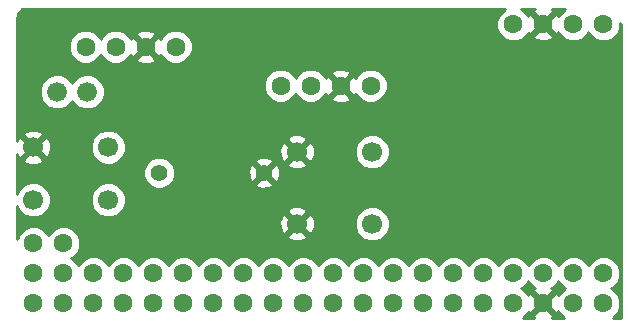
<source format=gbl>
G04 (created by PCBNEW (22-Jun-2014 BZR 4027)-stable) date Wed 17 Feb 2016 21:07:16 GMT*
%MOIN*%
G04 Gerber Fmt 3.4, Leading zero omitted, Abs format*
%FSLAX34Y34*%
G01*
G70*
G90*
G04 APERTURE LIST*
%ADD10C,0.00590551*%
%ADD11C,0.0629921*%
%ADD12C,0.0669291*%
%ADD13C,0.066*%
%ADD14C,0.055*%
%ADD15C,0.035*%
%ADD16C,0.01*%
G04 APERTURE END LIST*
G54D10*
G54D11*
X94050Y-39550D03*
X95050Y-39550D03*
X93050Y-39550D03*
X96050Y-39550D03*
X86300Y-41600D03*
X87300Y-41600D03*
X85300Y-41600D03*
X88300Y-41600D03*
X80800Y-40300D03*
X79800Y-40300D03*
X81800Y-40300D03*
X78800Y-40300D03*
G54D12*
X85850Y-46200D03*
X88350Y-46200D03*
X77050Y-43650D03*
X79550Y-43650D03*
X85850Y-43800D03*
X88350Y-43800D03*
X77050Y-45400D03*
X79550Y-45400D03*
G54D11*
X77050Y-48850D03*
X77050Y-47850D03*
X78050Y-48850D03*
X78050Y-47850D03*
X79050Y-48850D03*
X79050Y-47850D03*
X80050Y-48850D03*
X80050Y-47850D03*
X81050Y-48850D03*
X81050Y-47850D03*
X82050Y-48850D03*
X82050Y-47850D03*
X83050Y-48850D03*
X83050Y-47850D03*
X84050Y-48850D03*
X84050Y-47850D03*
X85050Y-48850D03*
X85050Y-47850D03*
X86050Y-48850D03*
X86050Y-47850D03*
X87050Y-48850D03*
X87050Y-47850D03*
X88050Y-48850D03*
X88050Y-47850D03*
X89050Y-48850D03*
X89050Y-47850D03*
X90050Y-48850D03*
X90050Y-47850D03*
X91050Y-48850D03*
X91050Y-47850D03*
X92050Y-48850D03*
X92050Y-47850D03*
X93050Y-48850D03*
X93050Y-47850D03*
X94050Y-48850D03*
X94050Y-47850D03*
X95050Y-48850D03*
X95050Y-47850D03*
X96050Y-48850D03*
X96050Y-47850D03*
X77050Y-46850D03*
X78050Y-46850D03*
G54D13*
X77850Y-41800D03*
X78850Y-41800D03*
G54D14*
X84750Y-44500D03*
X81250Y-44500D03*
G54D15*
X92550Y-46950D03*
G54D10*
G36*
X94780Y-48349D02*
X94730Y-48370D01*
X94571Y-48529D01*
X94552Y-48574D01*
X94543Y-48553D01*
X94446Y-48523D01*
X94120Y-48850D01*
X94446Y-49176D01*
X94543Y-49146D01*
X94551Y-49123D01*
X94570Y-49169D01*
X94729Y-49328D01*
X94733Y-49330D01*
X94350Y-49330D01*
X94376Y-49246D01*
X94050Y-48920D01*
X93723Y-49246D01*
X93749Y-49330D01*
X93366Y-49330D01*
X93369Y-49329D01*
X93528Y-49170D01*
X93547Y-49125D01*
X93556Y-49146D01*
X93653Y-49176D01*
X93979Y-48850D01*
X93653Y-48523D01*
X93556Y-48553D01*
X93548Y-48576D01*
X93529Y-48530D01*
X93370Y-48371D01*
X93319Y-48350D01*
X93369Y-48329D01*
X93528Y-48170D01*
X93549Y-48119D01*
X93570Y-48169D01*
X93729Y-48328D01*
X93774Y-48347D01*
X93753Y-48356D01*
X93723Y-48453D01*
X94050Y-48779D01*
X94376Y-48453D01*
X94346Y-48356D01*
X94323Y-48348D01*
X94369Y-48329D01*
X94528Y-48170D01*
X94549Y-48119D01*
X94570Y-48169D01*
X94729Y-48328D01*
X94780Y-48349D01*
X94780Y-48349D01*
G37*
G54D16*
X94780Y-48349D02*
X94730Y-48370D01*
X94571Y-48529D01*
X94552Y-48574D01*
X94543Y-48553D01*
X94446Y-48523D01*
X94120Y-48850D01*
X94446Y-49176D01*
X94543Y-49146D01*
X94551Y-49123D01*
X94570Y-49169D01*
X94729Y-49328D01*
X94733Y-49330D01*
X94350Y-49330D01*
X94376Y-49246D01*
X94050Y-48920D01*
X93723Y-49246D01*
X93749Y-49330D01*
X93366Y-49330D01*
X93369Y-49329D01*
X93528Y-49170D01*
X93547Y-49125D01*
X93556Y-49146D01*
X93653Y-49176D01*
X93979Y-48850D01*
X93653Y-48523D01*
X93556Y-48553D01*
X93548Y-48576D01*
X93529Y-48530D01*
X93370Y-48371D01*
X93319Y-48350D01*
X93369Y-48329D01*
X93528Y-48170D01*
X93549Y-48119D01*
X93570Y-48169D01*
X93729Y-48328D01*
X93774Y-48347D01*
X93753Y-48356D01*
X93723Y-48453D01*
X94050Y-48779D01*
X94376Y-48453D01*
X94346Y-48356D01*
X94323Y-48348D01*
X94369Y-48329D01*
X94528Y-48170D01*
X94549Y-48119D01*
X94570Y-48169D01*
X94729Y-48328D01*
X94780Y-48349D01*
G54D10*
G36*
X96630Y-49330D02*
X96366Y-49330D01*
X96369Y-49329D01*
X96528Y-49170D01*
X96614Y-48962D01*
X96615Y-48738D01*
X96529Y-48530D01*
X96370Y-48371D01*
X96319Y-48350D01*
X96369Y-48329D01*
X96528Y-48170D01*
X96614Y-47962D01*
X96615Y-47738D01*
X96529Y-47530D01*
X96370Y-47371D01*
X96162Y-47285D01*
X95938Y-47284D01*
X95730Y-47370D01*
X95571Y-47529D01*
X95550Y-47580D01*
X95529Y-47530D01*
X95370Y-47371D01*
X95162Y-47285D01*
X94938Y-47284D01*
X94730Y-47370D01*
X94571Y-47529D01*
X94550Y-47580D01*
X94529Y-47530D01*
X94376Y-47376D01*
X94376Y-39946D01*
X94050Y-39620D01*
X93723Y-39946D01*
X93753Y-40043D01*
X93964Y-40119D01*
X94189Y-40108D01*
X94346Y-40043D01*
X94376Y-39946D01*
X94376Y-47376D01*
X94370Y-47371D01*
X94162Y-47285D01*
X93938Y-47284D01*
X93730Y-47370D01*
X93571Y-47529D01*
X93550Y-47580D01*
X93529Y-47530D01*
X93370Y-47371D01*
X93162Y-47285D01*
X92938Y-47284D01*
X92730Y-47370D01*
X92571Y-47529D01*
X92550Y-47580D01*
X92529Y-47530D01*
X92370Y-47371D01*
X92162Y-47285D01*
X91938Y-47284D01*
X91730Y-47370D01*
X91571Y-47529D01*
X91550Y-47580D01*
X91529Y-47530D01*
X91370Y-47371D01*
X91162Y-47285D01*
X90938Y-47284D01*
X90730Y-47370D01*
X90571Y-47529D01*
X90550Y-47580D01*
X90529Y-47530D01*
X90370Y-47371D01*
X90162Y-47285D01*
X89938Y-47284D01*
X89730Y-47370D01*
X89571Y-47529D01*
X89550Y-47580D01*
X89529Y-47530D01*
X89370Y-47371D01*
X89162Y-47285D01*
X88938Y-47284D01*
X88934Y-47286D01*
X88934Y-46084D01*
X88934Y-43684D01*
X88865Y-43515D01*
X88865Y-41488D01*
X88779Y-41280D01*
X88620Y-41121D01*
X88412Y-41035D01*
X88188Y-41034D01*
X87980Y-41120D01*
X87821Y-41279D01*
X87802Y-41324D01*
X87793Y-41303D01*
X87696Y-41273D01*
X87626Y-41344D01*
X87626Y-41203D01*
X87596Y-41106D01*
X87385Y-41030D01*
X87160Y-41041D01*
X87003Y-41106D01*
X86973Y-41203D01*
X87300Y-41529D01*
X87626Y-41203D01*
X87626Y-41344D01*
X87370Y-41600D01*
X87696Y-41926D01*
X87793Y-41896D01*
X87801Y-41873D01*
X87820Y-41919D01*
X87979Y-42078D01*
X88187Y-42164D01*
X88411Y-42165D01*
X88619Y-42079D01*
X88778Y-41920D01*
X88864Y-41712D01*
X88865Y-41488D01*
X88865Y-43515D01*
X88845Y-43469D01*
X88681Y-43304D01*
X88466Y-43215D01*
X88234Y-43215D01*
X88019Y-43304D01*
X87854Y-43468D01*
X87765Y-43683D01*
X87765Y-43915D01*
X87854Y-44130D01*
X88018Y-44295D01*
X88233Y-44384D01*
X88465Y-44384D01*
X88680Y-44295D01*
X88845Y-44131D01*
X88934Y-43916D01*
X88934Y-43684D01*
X88934Y-46084D01*
X88845Y-45869D01*
X88681Y-45704D01*
X88466Y-45615D01*
X88234Y-45615D01*
X88019Y-45704D01*
X87854Y-45868D01*
X87765Y-46083D01*
X87765Y-46315D01*
X87854Y-46530D01*
X88018Y-46695D01*
X88233Y-46784D01*
X88465Y-46784D01*
X88680Y-46695D01*
X88845Y-46531D01*
X88934Y-46316D01*
X88934Y-46084D01*
X88934Y-47286D01*
X88730Y-47370D01*
X88571Y-47529D01*
X88550Y-47580D01*
X88529Y-47530D01*
X88370Y-47371D01*
X88162Y-47285D01*
X87938Y-47284D01*
X87730Y-47370D01*
X87626Y-47474D01*
X87626Y-41996D01*
X87300Y-41670D01*
X87229Y-41741D01*
X87229Y-41600D01*
X86903Y-41273D01*
X86806Y-41303D01*
X86798Y-41326D01*
X86779Y-41280D01*
X86620Y-41121D01*
X86412Y-41035D01*
X86188Y-41034D01*
X85980Y-41120D01*
X85821Y-41279D01*
X85800Y-41330D01*
X85779Y-41280D01*
X85620Y-41121D01*
X85412Y-41035D01*
X85188Y-41034D01*
X84980Y-41120D01*
X84821Y-41279D01*
X84735Y-41487D01*
X84734Y-41711D01*
X84820Y-41919D01*
X84979Y-42078D01*
X85187Y-42164D01*
X85411Y-42165D01*
X85619Y-42079D01*
X85778Y-41920D01*
X85799Y-41869D01*
X85820Y-41919D01*
X85979Y-42078D01*
X86187Y-42164D01*
X86411Y-42165D01*
X86619Y-42079D01*
X86778Y-41920D01*
X86797Y-41875D01*
X86806Y-41896D01*
X86903Y-41926D01*
X87229Y-41600D01*
X87229Y-41741D01*
X86973Y-41996D01*
X87003Y-42093D01*
X87214Y-42169D01*
X87439Y-42158D01*
X87596Y-42093D01*
X87626Y-41996D01*
X87626Y-47474D01*
X87571Y-47529D01*
X87550Y-47580D01*
X87529Y-47530D01*
X87370Y-47371D01*
X87162Y-47285D01*
X86938Y-47284D01*
X86730Y-47370D01*
X86571Y-47529D01*
X86550Y-47580D01*
X86529Y-47530D01*
X86439Y-47440D01*
X86439Y-46290D01*
X86439Y-43890D01*
X86428Y-43657D01*
X86359Y-43491D01*
X86261Y-43459D01*
X86190Y-43530D01*
X86190Y-43388D01*
X86158Y-43290D01*
X85940Y-43210D01*
X85707Y-43221D01*
X85541Y-43290D01*
X85509Y-43388D01*
X85850Y-43729D01*
X86190Y-43388D01*
X86190Y-43530D01*
X85920Y-43800D01*
X86261Y-44140D01*
X86359Y-44108D01*
X86439Y-43890D01*
X86439Y-46290D01*
X86428Y-46057D01*
X86359Y-45891D01*
X86261Y-45859D01*
X86190Y-45930D01*
X86190Y-45788D01*
X86190Y-44211D01*
X85850Y-43870D01*
X85779Y-43941D01*
X85779Y-43800D01*
X85438Y-43459D01*
X85340Y-43491D01*
X85260Y-43709D01*
X85271Y-43942D01*
X85340Y-44108D01*
X85438Y-44140D01*
X85779Y-43800D01*
X85779Y-43941D01*
X85509Y-44211D01*
X85541Y-44309D01*
X85759Y-44389D01*
X85992Y-44378D01*
X86158Y-44309D01*
X86190Y-44211D01*
X86190Y-45788D01*
X86158Y-45690D01*
X85940Y-45610D01*
X85707Y-45621D01*
X85541Y-45690D01*
X85509Y-45788D01*
X85850Y-46129D01*
X86190Y-45788D01*
X86190Y-45930D01*
X85920Y-46200D01*
X86261Y-46540D01*
X86359Y-46508D01*
X86439Y-46290D01*
X86439Y-47440D01*
X86370Y-47371D01*
X86190Y-47296D01*
X86190Y-46611D01*
X85850Y-46270D01*
X85779Y-46341D01*
X85779Y-46200D01*
X85438Y-45859D01*
X85340Y-45891D01*
X85279Y-46057D01*
X85279Y-44575D01*
X85268Y-44367D01*
X85210Y-44227D01*
X85117Y-44202D01*
X85047Y-44273D01*
X85047Y-44132D01*
X85022Y-44039D01*
X84825Y-43970D01*
X84617Y-43981D01*
X84477Y-44039D01*
X84452Y-44132D01*
X84750Y-44429D01*
X85047Y-44132D01*
X85047Y-44273D01*
X84820Y-44500D01*
X85117Y-44797D01*
X85210Y-44772D01*
X85279Y-44575D01*
X85279Y-46057D01*
X85260Y-46109D01*
X85271Y-46342D01*
X85340Y-46508D01*
X85438Y-46540D01*
X85779Y-46200D01*
X85779Y-46341D01*
X85509Y-46611D01*
X85541Y-46709D01*
X85759Y-46789D01*
X85992Y-46778D01*
X86158Y-46709D01*
X86190Y-46611D01*
X86190Y-47296D01*
X86162Y-47285D01*
X85938Y-47284D01*
X85730Y-47370D01*
X85571Y-47529D01*
X85550Y-47580D01*
X85529Y-47530D01*
X85370Y-47371D01*
X85162Y-47285D01*
X85047Y-47285D01*
X85047Y-44867D01*
X84750Y-44570D01*
X84679Y-44641D01*
X84679Y-44500D01*
X84382Y-44202D01*
X84289Y-44227D01*
X84220Y-44424D01*
X84231Y-44632D01*
X84289Y-44772D01*
X84382Y-44797D01*
X84679Y-44500D01*
X84679Y-44641D01*
X84452Y-44867D01*
X84477Y-44960D01*
X84674Y-45029D01*
X84882Y-45018D01*
X85022Y-44960D01*
X85047Y-44867D01*
X85047Y-47285D01*
X84938Y-47284D01*
X84730Y-47370D01*
X84571Y-47529D01*
X84550Y-47580D01*
X84529Y-47530D01*
X84370Y-47371D01*
X84162Y-47285D01*
X83938Y-47284D01*
X83730Y-47370D01*
X83571Y-47529D01*
X83550Y-47580D01*
X83529Y-47530D01*
X83370Y-47371D01*
X83162Y-47285D01*
X82938Y-47284D01*
X82730Y-47370D01*
X82571Y-47529D01*
X82550Y-47580D01*
X82529Y-47530D01*
X82370Y-47371D01*
X82365Y-47369D01*
X82365Y-40188D01*
X82279Y-39980D01*
X82120Y-39821D01*
X81912Y-39735D01*
X81688Y-39734D01*
X81480Y-39820D01*
X81321Y-39979D01*
X81302Y-40024D01*
X81293Y-40003D01*
X81196Y-39973D01*
X81126Y-40044D01*
X81126Y-39903D01*
X81096Y-39806D01*
X80885Y-39730D01*
X80660Y-39741D01*
X80503Y-39806D01*
X80473Y-39903D01*
X80800Y-40229D01*
X81126Y-39903D01*
X81126Y-40044D01*
X80870Y-40300D01*
X81196Y-40626D01*
X81293Y-40596D01*
X81301Y-40573D01*
X81320Y-40619D01*
X81479Y-40778D01*
X81687Y-40864D01*
X81911Y-40865D01*
X82119Y-40779D01*
X82278Y-40620D01*
X82364Y-40412D01*
X82365Y-40188D01*
X82365Y-47369D01*
X82162Y-47285D01*
X81938Y-47284D01*
X81775Y-47352D01*
X81775Y-44396D01*
X81695Y-44203D01*
X81547Y-44055D01*
X81354Y-43975D01*
X81146Y-43974D01*
X81126Y-43983D01*
X81126Y-40696D01*
X80800Y-40370D01*
X80729Y-40441D01*
X80729Y-40300D01*
X80403Y-39973D01*
X80306Y-40003D01*
X80298Y-40026D01*
X80279Y-39980D01*
X80120Y-39821D01*
X79912Y-39735D01*
X79688Y-39734D01*
X79480Y-39820D01*
X79321Y-39979D01*
X79300Y-40030D01*
X79279Y-39980D01*
X79120Y-39821D01*
X78912Y-39735D01*
X78688Y-39734D01*
X78480Y-39820D01*
X78321Y-39979D01*
X78235Y-40187D01*
X78234Y-40411D01*
X78320Y-40619D01*
X78479Y-40778D01*
X78687Y-40864D01*
X78911Y-40865D01*
X79119Y-40779D01*
X79278Y-40620D01*
X79299Y-40569D01*
X79320Y-40619D01*
X79479Y-40778D01*
X79687Y-40864D01*
X79911Y-40865D01*
X80119Y-40779D01*
X80278Y-40620D01*
X80297Y-40575D01*
X80306Y-40596D01*
X80403Y-40626D01*
X80729Y-40300D01*
X80729Y-40441D01*
X80473Y-40696D01*
X80503Y-40793D01*
X80714Y-40869D01*
X80939Y-40858D01*
X81096Y-40793D01*
X81126Y-40696D01*
X81126Y-43983D01*
X80953Y-44054D01*
X80805Y-44202D01*
X80725Y-44395D01*
X80724Y-44603D01*
X80804Y-44797D01*
X80952Y-44944D01*
X81145Y-45024D01*
X81353Y-45025D01*
X81547Y-44945D01*
X81694Y-44797D01*
X81774Y-44604D01*
X81775Y-44396D01*
X81775Y-47352D01*
X81730Y-47370D01*
X81571Y-47529D01*
X81550Y-47580D01*
X81529Y-47530D01*
X81370Y-47371D01*
X81162Y-47285D01*
X80938Y-47284D01*
X80730Y-47370D01*
X80571Y-47529D01*
X80550Y-47580D01*
X80529Y-47530D01*
X80370Y-47371D01*
X80162Y-47285D01*
X80134Y-47285D01*
X80134Y-45284D01*
X80134Y-43534D01*
X80045Y-43319D01*
X79881Y-43154D01*
X79666Y-43065D01*
X79434Y-43065D01*
X79430Y-43066D01*
X79430Y-41685D01*
X79341Y-41471D01*
X79178Y-41308D01*
X78965Y-41220D01*
X78735Y-41219D01*
X78521Y-41308D01*
X78358Y-41471D01*
X78350Y-41491D01*
X78341Y-41471D01*
X78178Y-41308D01*
X77965Y-41220D01*
X77735Y-41219D01*
X77521Y-41308D01*
X77358Y-41471D01*
X77270Y-41684D01*
X77269Y-41914D01*
X77358Y-42128D01*
X77521Y-42291D01*
X77734Y-42379D01*
X77964Y-42380D01*
X78178Y-42291D01*
X78341Y-42128D01*
X78349Y-42108D01*
X78358Y-42128D01*
X78521Y-42291D01*
X78734Y-42379D01*
X78964Y-42380D01*
X79178Y-42291D01*
X79341Y-42128D01*
X79429Y-41915D01*
X79430Y-41685D01*
X79430Y-43066D01*
X79219Y-43154D01*
X79054Y-43318D01*
X78965Y-43533D01*
X78965Y-43765D01*
X79054Y-43980D01*
X79218Y-44145D01*
X79433Y-44234D01*
X79665Y-44234D01*
X79880Y-44145D01*
X80045Y-43981D01*
X80134Y-43766D01*
X80134Y-43534D01*
X80134Y-45284D01*
X80045Y-45069D01*
X79881Y-44904D01*
X79666Y-44815D01*
X79434Y-44815D01*
X79219Y-44904D01*
X79054Y-45068D01*
X78965Y-45283D01*
X78965Y-45515D01*
X79054Y-45730D01*
X79218Y-45895D01*
X79433Y-45984D01*
X79665Y-45984D01*
X79880Y-45895D01*
X80045Y-45731D01*
X80134Y-45516D01*
X80134Y-45284D01*
X80134Y-47285D01*
X79938Y-47284D01*
X79730Y-47370D01*
X79571Y-47529D01*
X79550Y-47580D01*
X79529Y-47530D01*
X79370Y-47371D01*
X79162Y-47285D01*
X78938Y-47284D01*
X78730Y-47370D01*
X78571Y-47529D01*
X78550Y-47580D01*
X78529Y-47530D01*
X78370Y-47371D01*
X78319Y-47350D01*
X78369Y-47329D01*
X78528Y-47170D01*
X78614Y-46962D01*
X78615Y-46738D01*
X78529Y-46530D01*
X78370Y-46371D01*
X78162Y-46285D01*
X77938Y-46284D01*
X77730Y-46370D01*
X77639Y-46461D01*
X77639Y-43740D01*
X77628Y-43507D01*
X77559Y-43341D01*
X77461Y-43309D01*
X77390Y-43380D01*
X77390Y-43238D01*
X77358Y-43140D01*
X77140Y-43060D01*
X76907Y-43071D01*
X76741Y-43140D01*
X76709Y-43238D01*
X77050Y-43579D01*
X77390Y-43238D01*
X77390Y-43380D01*
X77120Y-43650D01*
X77461Y-43990D01*
X77559Y-43958D01*
X77639Y-43740D01*
X77639Y-46461D01*
X77571Y-46529D01*
X77550Y-46580D01*
X77529Y-46530D01*
X77370Y-46371D01*
X77162Y-46285D01*
X76938Y-46284D01*
X76730Y-46370D01*
X76571Y-46529D01*
X76500Y-46701D01*
X76500Y-45599D01*
X76554Y-45730D01*
X76718Y-45895D01*
X76933Y-45984D01*
X77165Y-45984D01*
X77380Y-45895D01*
X77545Y-45731D01*
X77634Y-45516D01*
X77634Y-45284D01*
X77545Y-45069D01*
X77390Y-44913D01*
X77390Y-44061D01*
X77050Y-43720D01*
X76709Y-44061D01*
X76741Y-44159D01*
X76959Y-44239D01*
X77192Y-44228D01*
X77358Y-44159D01*
X77390Y-44061D01*
X77390Y-44913D01*
X77381Y-44904D01*
X77166Y-44815D01*
X76934Y-44815D01*
X76719Y-44904D01*
X76554Y-45068D01*
X76500Y-45200D01*
X76500Y-43861D01*
X76540Y-43958D01*
X76638Y-43990D01*
X76979Y-43650D01*
X76638Y-43309D01*
X76540Y-43341D01*
X76500Y-43451D01*
X76500Y-39391D01*
X76557Y-39204D01*
X76684Y-39050D01*
X92780Y-39050D01*
X92730Y-39070D01*
X92571Y-39229D01*
X92485Y-39437D01*
X92484Y-39661D01*
X92570Y-39869D01*
X92729Y-40028D01*
X92937Y-40114D01*
X93161Y-40115D01*
X93369Y-40029D01*
X93528Y-39870D01*
X93547Y-39825D01*
X93556Y-39846D01*
X93653Y-39876D01*
X93979Y-39550D01*
X93653Y-39223D01*
X93556Y-39253D01*
X93548Y-39276D01*
X93529Y-39230D01*
X93370Y-39071D01*
X93319Y-39050D01*
X93768Y-39050D01*
X93753Y-39056D01*
X93723Y-39153D01*
X94050Y-39479D01*
X94376Y-39153D01*
X94346Y-39056D01*
X94329Y-39050D01*
X94780Y-39050D01*
X94730Y-39070D01*
X94571Y-39229D01*
X94552Y-39274D01*
X94543Y-39253D01*
X94446Y-39223D01*
X94120Y-39550D01*
X94446Y-39876D01*
X94543Y-39846D01*
X94551Y-39823D01*
X94570Y-39869D01*
X94729Y-40028D01*
X94937Y-40114D01*
X95161Y-40115D01*
X95369Y-40029D01*
X95528Y-39870D01*
X95549Y-39819D01*
X95570Y-39869D01*
X95729Y-40028D01*
X95937Y-40114D01*
X96161Y-40115D01*
X96369Y-40029D01*
X96528Y-39870D01*
X96614Y-39662D01*
X96615Y-39500D01*
X96630Y-39578D01*
X96630Y-49330D01*
X96630Y-49330D01*
G37*
G54D16*
X96630Y-49330D02*
X96366Y-49330D01*
X96369Y-49329D01*
X96528Y-49170D01*
X96614Y-48962D01*
X96615Y-48738D01*
X96529Y-48530D01*
X96370Y-48371D01*
X96319Y-48350D01*
X96369Y-48329D01*
X96528Y-48170D01*
X96614Y-47962D01*
X96615Y-47738D01*
X96529Y-47530D01*
X96370Y-47371D01*
X96162Y-47285D01*
X95938Y-47284D01*
X95730Y-47370D01*
X95571Y-47529D01*
X95550Y-47580D01*
X95529Y-47530D01*
X95370Y-47371D01*
X95162Y-47285D01*
X94938Y-47284D01*
X94730Y-47370D01*
X94571Y-47529D01*
X94550Y-47580D01*
X94529Y-47530D01*
X94376Y-47376D01*
X94376Y-39946D01*
X94050Y-39620D01*
X93723Y-39946D01*
X93753Y-40043D01*
X93964Y-40119D01*
X94189Y-40108D01*
X94346Y-40043D01*
X94376Y-39946D01*
X94376Y-47376D01*
X94370Y-47371D01*
X94162Y-47285D01*
X93938Y-47284D01*
X93730Y-47370D01*
X93571Y-47529D01*
X93550Y-47580D01*
X93529Y-47530D01*
X93370Y-47371D01*
X93162Y-47285D01*
X92938Y-47284D01*
X92730Y-47370D01*
X92571Y-47529D01*
X92550Y-47580D01*
X92529Y-47530D01*
X92370Y-47371D01*
X92162Y-47285D01*
X91938Y-47284D01*
X91730Y-47370D01*
X91571Y-47529D01*
X91550Y-47580D01*
X91529Y-47530D01*
X91370Y-47371D01*
X91162Y-47285D01*
X90938Y-47284D01*
X90730Y-47370D01*
X90571Y-47529D01*
X90550Y-47580D01*
X90529Y-47530D01*
X90370Y-47371D01*
X90162Y-47285D01*
X89938Y-47284D01*
X89730Y-47370D01*
X89571Y-47529D01*
X89550Y-47580D01*
X89529Y-47530D01*
X89370Y-47371D01*
X89162Y-47285D01*
X88938Y-47284D01*
X88934Y-47286D01*
X88934Y-46084D01*
X88934Y-43684D01*
X88865Y-43515D01*
X88865Y-41488D01*
X88779Y-41280D01*
X88620Y-41121D01*
X88412Y-41035D01*
X88188Y-41034D01*
X87980Y-41120D01*
X87821Y-41279D01*
X87802Y-41324D01*
X87793Y-41303D01*
X87696Y-41273D01*
X87626Y-41344D01*
X87626Y-41203D01*
X87596Y-41106D01*
X87385Y-41030D01*
X87160Y-41041D01*
X87003Y-41106D01*
X86973Y-41203D01*
X87300Y-41529D01*
X87626Y-41203D01*
X87626Y-41344D01*
X87370Y-41600D01*
X87696Y-41926D01*
X87793Y-41896D01*
X87801Y-41873D01*
X87820Y-41919D01*
X87979Y-42078D01*
X88187Y-42164D01*
X88411Y-42165D01*
X88619Y-42079D01*
X88778Y-41920D01*
X88864Y-41712D01*
X88865Y-41488D01*
X88865Y-43515D01*
X88845Y-43469D01*
X88681Y-43304D01*
X88466Y-43215D01*
X88234Y-43215D01*
X88019Y-43304D01*
X87854Y-43468D01*
X87765Y-43683D01*
X87765Y-43915D01*
X87854Y-44130D01*
X88018Y-44295D01*
X88233Y-44384D01*
X88465Y-44384D01*
X88680Y-44295D01*
X88845Y-44131D01*
X88934Y-43916D01*
X88934Y-43684D01*
X88934Y-46084D01*
X88845Y-45869D01*
X88681Y-45704D01*
X88466Y-45615D01*
X88234Y-45615D01*
X88019Y-45704D01*
X87854Y-45868D01*
X87765Y-46083D01*
X87765Y-46315D01*
X87854Y-46530D01*
X88018Y-46695D01*
X88233Y-46784D01*
X88465Y-46784D01*
X88680Y-46695D01*
X88845Y-46531D01*
X88934Y-46316D01*
X88934Y-46084D01*
X88934Y-47286D01*
X88730Y-47370D01*
X88571Y-47529D01*
X88550Y-47580D01*
X88529Y-47530D01*
X88370Y-47371D01*
X88162Y-47285D01*
X87938Y-47284D01*
X87730Y-47370D01*
X87626Y-47474D01*
X87626Y-41996D01*
X87300Y-41670D01*
X87229Y-41741D01*
X87229Y-41600D01*
X86903Y-41273D01*
X86806Y-41303D01*
X86798Y-41326D01*
X86779Y-41280D01*
X86620Y-41121D01*
X86412Y-41035D01*
X86188Y-41034D01*
X85980Y-41120D01*
X85821Y-41279D01*
X85800Y-41330D01*
X85779Y-41280D01*
X85620Y-41121D01*
X85412Y-41035D01*
X85188Y-41034D01*
X84980Y-41120D01*
X84821Y-41279D01*
X84735Y-41487D01*
X84734Y-41711D01*
X84820Y-41919D01*
X84979Y-42078D01*
X85187Y-42164D01*
X85411Y-42165D01*
X85619Y-42079D01*
X85778Y-41920D01*
X85799Y-41869D01*
X85820Y-41919D01*
X85979Y-42078D01*
X86187Y-42164D01*
X86411Y-42165D01*
X86619Y-42079D01*
X86778Y-41920D01*
X86797Y-41875D01*
X86806Y-41896D01*
X86903Y-41926D01*
X87229Y-41600D01*
X87229Y-41741D01*
X86973Y-41996D01*
X87003Y-42093D01*
X87214Y-42169D01*
X87439Y-42158D01*
X87596Y-42093D01*
X87626Y-41996D01*
X87626Y-47474D01*
X87571Y-47529D01*
X87550Y-47580D01*
X87529Y-47530D01*
X87370Y-47371D01*
X87162Y-47285D01*
X86938Y-47284D01*
X86730Y-47370D01*
X86571Y-47529D01*
X86550Y-47580D01*
X86529Y-47530D01*
X86439Y-47440D01*
X86439Y-46290D01*
X86439Y-43890D01*
X86428Y-43657D01*
X86359Y-43491D01*
X86261Y-43459D01*
X86190Y-43530D01*
X86190Y-43388D01*
X86158Y-43290D01*
X85940Y-43210D01*
X85707Y-43221D01*
X85541Y-43290D01*
X85509Y-43388D01*
X85850Y-43729D01*
X86190Y-43388D01*
X86190Y-43530D01*
X85920Y-43800D01*
X86261Y-44140D01*
X86359Y-44108D01*
X86439Y-43890D01*
X86439Y-46290D01*
X86428Y-46057D01*
X86359Y-45891D01*
X86261Y-45859D01*
X86190Y-45930D01*
X86190Y-45788D01*
X86190Y-44211D01*
X85850Y-43870D01*
X85779Y-43941D01*
X85779Y-43800D01*
X85438Y-43459D01*
X85340Y-43491D01*
X85260Y-43709D01*
X85271Y-43942D01*
X85340Y-44108D01*
X85438Y-44140D01*
X85779Y-43800D01*
X85779Y-43941D01*
X85509Y-44211D01*
X85541Y-44309D01*
X85759Y-44389D01*
X85992Y-44378D01*
X86158Y-44309D01*
X86190Y-44211D01*
X86190Y-45788D01*
X86158Y-45690D01*
X85940Y-45610D01*
X85707Y-45621D01*
X85541Y-45690D01*
X85509Y-45788D01*
X85850Y-46129D01*
X86190Y-45788D01*
X86190Y-45930D01*
X85920Y-46200D01*
X86261Y-46540D01*
X86359Y-46508D01*
X86439Y-46290D01*
X86439Y-47440D01*
X86370Y-47371D01*
X86190Y-47296D01*
X86190Y-46611D01*
X85850Y-46270D01*
X85779Y-46341D01*
X85779Y-46200D01*
X85438Y-45859D01*
X85340Y-45891D01*
X85279Y-46057D01*
X85279Y-44575D01*
X85268Y-44367D01*
X85210Y-44227D01*
X85117Y-44202D01*
X85047Y-44273D01*
X85047Y-44132D01*
X85022Y-44039D01*
X84825Y-43970D01*
X84617Y-43981D01*
X84477Y-44039D01*
X84452Y-44132D01*
X84750Y-44429D01*
X85047Y-44132D01*
X85047Y-44273D01*
X84820Y-44500D01*
X85117Y-44797D01*
X85210Y-44772D01*
X85279Y-44575D01*
X85279Y-46057D01*
X85260Y-46109D01*
X85271Y-46342D01*
X85340Y-46508D01*
X85438Y-46540D01*
X85779Y-46200D01*
X85779Y-46341D01*
X85509Y-46611D01*
X85541Y-46709D01*
X85759Y-46789D01*
X85992Y-46778D01*
X86158Y-46709D01*
X86190Y-46611D01*
X86190Y-47296D01*
X86162Y-47285D01*
X85938Y-47284D01*
X85730Y-47370D01*
X85571Y-47529D01*
X85550Y-47580D01*
X85529Y-47530D01*
X85370Y-47371D01*
X85162Y-47285D01*
X85047Y-47285D01*
X85047Y-44867D01*
X84750Y-44570D01*
X84679Y-44641D01*
X84679Y-44500D01*
X84382Y-44202D01*
X84289Y-44227D01*
X84220Y-44424D01*
X84231Y-44632D01*
X84289Y-44772D01*
X84382Y-44797D01*
X84679Y-44500D01*
X84679Y-44641D01*
X84452Y-44867D01*
X84477Y-44960D01*
X84674Y-45029D01*
X84882Y-45018D01*
X85022Y-44960D01*
X85047Y-44867D01*
X85047Y-47285D01*
X84938Y-47284D01*
X84730Y-47370D01*
X84571Y-47529D01*
X84550Y-47580D01*
X84529Y-47530D01*
X84370Y-47371D01*
X84162Y-47285D01*
X83938Y-47284D01*
X83730Y-47370D01*
X83571Y-47529D01*
X83550Y-47580D01*
X83529Y-47530D01*
X83370Y-47371D01*
X83162Y-47285D01*
X82938Y-47284D01*
X82730Y-47370D01*
X82571Y-47529D01*
X82550Y-47580D01*
X82529Y-47530D01*
X82370Y-47371D01*
X82365Y-47369D01*
X82365Y-40188D01*
X82279Y-39980D01*
X82120Y-39821D01*
X81912Y-39735D01*
X81688Y-39734D01*
X81480Y-39820D01*
X81321Y-39979D01*
X81302Y-40024D01*
X81293Y-40003D01*
X81196Y-39973D01*
X81126Y-40044D01*
X81126Y-39903D01*
X81096Y-39806D01*
X80885Y-39730D01*
X80660Y-39741D01*
X80503Y-39806D01*
X80473Y-39903D01*
X80800Y-40229D01*
X81126Y-39903D01*
X81126Y-40044D01*
X80870Y-40300D01*
X81196Y-40626D01*
X81293Y-40596D01*
X81301Y-40573D01*
X81320Y-40619D01*
X81479Y-40778D01*
X81687Y-40864D01*
X81911Y-40865D01*
X82119Y-40779D01*
X82278Y-40620D01*
X82364Y-40412D01*
X82365Y-40188D01*
X82365Y-47369D01*
X82162Y-47285D01*
X81938Y-47284D01*
X81775Y-47352D01*
X81775Y-44396D01*
X81695Y-44203D01*
X81547Y-44055D01*
X81354Y-43975D01*
X81146Y-43974D01*
X81126Y-43983D01*
X81126Y-40696D01*
X80800Y-40370D01*
X80729Y-40441D01*
X80729Y-40300D01*
X80403Y-39973D01*
X80306Y-40003D01*
X80298Y-40026D01*
X80279Y-39980D01*
X80120Y-39821D01*
X79912Y-39735D01*
X79688Y-39734D01*
X79480Y-39820D01*
X79321Y-39979D01*
X79300Y-40030D01*
X79279Y-39980D01*
X79120Y-39821D01*
X78912Y-39735D01*
X78688Y-39734D01*
X78480Y-39820D01*
X78321Y-39979D01*
X78235Y-40187D01*
X78234Y-40411D01*
X78320Y-40619D01*
X78479Y-40778D01*
X78687Y-40864D01*
X78911Y-40865D01*
X79119Y-40779D01*
X79278Y-40620D01*
X79299Y-40569D01*
X79320Y-40619D01*
X79479Y-40778D01*
X79687Y-40864D01*
X79911Y-40865D01*
X80119Y-40779D01*
X80278Y-40620D01*
X80297Y-40575D01*
X80306Y-40596D01*
X80403Y-40626D01*
X80729Y-40300D01*
X80729Y-40441D01*
X80473Y-40696D01*
X80503Y-40793D01*
X80714Y-40869D01*
X80939Y-40858D01*
X81096Y-40793D01*
X81126Y-40696D01*
X81126Y-43983D01*
X80953Y-44054D01*
X80805Y-44202D01*
X80725Y-44395D01*
X80724Y-44603D01*
X80804Y-44797D01*
X80952Y-44944D01*
X81145Y-45024D01*
X81353Y-45025D01*
X81547Y-44945D01*
X81694Y-44797D01*
X81774Y-44604D01*
X81775Y-44396D01*
X81775Y-47352D01*
X81730Y-47370D01*
X81571Y-47529D01*
X81550Y-47580D01*
X81529Y-47530D01*
X81370Y-47371D01*
X81162Y-47285D01*
X80938Y-47284D01*
X80730Y-47370D01*
X80571Y-47529D01*
X80550Y-47580D01*
X80529Y-47530D01*
X80370Y-47371D01*
X80162Y-47285D01*
X80134Y-47285D01*
X80134Y-45284D01*
X80134Y-43534D01*
X80045Y-43319D01*
X79881Y-43154D01*
X79666Y-43065D01*
X79434Y-43065D01*
X79430Y-43066D01*
X79430Y-41685D01*
X79341Y-41471D01*
X79178Y-41308D01*
X78965Y-41220D01*
X78735Y-41219D01*
X78521Y-41308D01*
X78358Y-41471D01*
X78350Y-41491D01*
X78341Y-41471D01*
X78178Y-41308D01*
X77965Y-41220D01*
X77735Y-41219D01*
X77521Y-41308D01*
X77358Y-41471D01*
X77270Y-41684D01*
X77269Y-41914D01*
X77358Y-42128D01*
X77521Y-42291D01*
X77734Y-42379D01*
X77964Y-42380D01*
X78178Y-42291D01*
X78341Y-42128D01*
X78349Y-42108D01*
X78358Y-42128D01*
X78521Y-42291D01*
X78734Y-42379D01*
X78964Y-42380D01*
X79178Y-42291D01*
X79341Y-42128D01*
X79429Y-41915D01*
X79430Y-41685D01*
X79430Y-43066D01*
X79219Y-43154D01*
X79054Y-43318D01*
X78965Y-43533D01*
X78965Y-43765D01*
X79054Y-43980D01*
X79218Y-44145D01*
X79433Y-44234D01*
X79665Y-44234D01*
X79880Y-44145D01*
X80045Y-43981D01*
X80134Y-43766D01*
X80134Y-43534D01*
X80134Y-45284D01*
X80045Y-45069D01*
X79881Y-44904D01*
X79666Y-44815D01*
X79434Y-44815D01*
X79219Y-44904D01*
X79054Y-45068D01*
X78965Y-45283D01*
X78965Y-45515D01*
X79054Y-45730D01*
X79218Y-45895D01*
X79433Y-45984D01*
X79665Y-45984D01*
X79880Y-45895D01*
X80045Y-45731D01*
X80134Y-45516D01*
X80134Y-45284D01*
X80134Y-47285D01*
X79938Y-47284D01*
X79730Y-47370D01*
X79571Y-47529D01*
X79550Y-47580D01*
X79529Y-47530D01*
X79370Y-47371D01*
X79162Y-47285D01*
X78938Y-47284D01*
X78730Y-47370D01*
X78571Y-47529D01*
X78550Y-47580D01*
X78529Y-47530D01*
X78370Y-47371D01*
X78319Y-47350D01*
X78369Y-47329D01*
X78528Y-47170D01*
X78614Y-46962D01*
X78615Y-46738D01*
X78529Y-46530D01*
X78370Y-46371D01*
X78162Y-46285D01*
X77938Y-46284D01*
X77730Y-46370D01*
X77639Y-46461D01*
X77639Y-43740D01*
X77628Y-43507D01*
X77559Y-43341D01*
X77461Y-43309D01*
X77390Y-43380D01*
X77390Y-43238D01*
X77358Y-43140D01*
X77140Y-43060D01*
X76907Y-43071D01*
X76741Y-43140D01*
X76709Y-43238D01*
X77050Y-43579D01*
X77390Y-43238D01*
X77390Y-43380D01*
X77120Y-43650D01*
X77461Y-43990D01*
X77559Y-43958D01*
X77639Y-43740D01*
X77639Y-46461D01*
X77571Y-46529D01*
X77550Y-46580D01*
X77529Y-46530D01*
X77370Y-46371D01*
X77162Y-46285D01*
X76938Y-46284D01*
X76730Y-46370D01*
X76571Y-46529D01*
X76500Y-46701D01*
X76500Y-45599D01*
X76554Y-45730D01*
X76718Y-45895D01*
X76933Y-45984D01*
X77165Y-45984D01*
X77380Y-45895D01*
X77545Y-45731D01*
X77634Y-45516D01*
X77634Y-45284D01*
X77545Y-45069D01*
X77390Y-44913D01*
X77390Y-44061D01*
X77050Y-43720D01*
X76709Y-44061D01*
X76741Y-44159D01*
X76959Y-44239D01*
X77192Y-44228D01*
X77358Y-44159D01*
X77390Y-44061D01*
X77390Y-44913D01*
X77381Y-44904D01*
X77166Y-44815D01*
X76934Y-44815D01*
X76719Y-44904D01*
X76554Y-45068D01*
X76500Y-45200D01*
X76500Y-43861D01*
X76540Y-43958D01*
X76638Y-43990D01*
X76979Y-43650D01*
X76638Y-43309D01*
X76540Y-43341D01*
X76500Y-43451D01*
X76500Y-39391D01*
X76557Y-39204D01*
X76684Y-39050D01*
X92780Y-39050D01*
X92730Y-39070D01*
X92571Y-39229D01*
X92485Y-39437D01*
X92484Y-39661D01*
X92570Y-39869D01*
X92729Y-40028D01*
X92937Y-40114D01*
X93161Y-40115D01*
X93369Y-40029D01*
X93528Y-39870D01*
X93547Y-39825D01*
X93556Y-39846D01*
X93653Y-39876D01*
X93979Y-39550D01*
X93653Y-39223D01*
X93556Y-39253D01*
X93548Y-39276D01*
X93529Y-39230D01*
X93370Y-39071D01*
X93319Y-39050D01*
X93768Y-39050D01*
X93753Y-39056D01*
X93723Y-39153D01*
X94050Y-39479D01*
X94376Y-39153D01*
X94346Y-39056D01*
X94329Y-39050D01*
X94780Y-39050D01*
X94730Y-39070D01*
X94571Y-39229D01*
X94552Y-39274D01*
X94543Y-39253D01*
X94446Y-39223D01*
X94120Y-39550D01*
X94446Y-39876D01*
X94543Y-39846D01*
X94551Y-39823D01*
X94570Y-39869D01*
X94729Y-40028D01*
X94937Y-40114D01*
X95161Y-40115D01*
X95369Y-40029D01*
X95528Y-39870D01*
X95549Y-39819D01*
X95570Y-39869D01*
X95729Y-40028D01*
X95937Y-40114D01*
X96161Y-40115D01*
X96369Y-40029D01*
X96528Y-39870D01*
X96614Y-39662D01*
X96615Y-39500D01*
X96630Y-39578D01*
X96630Y-49330D01*
M02*

</source>
